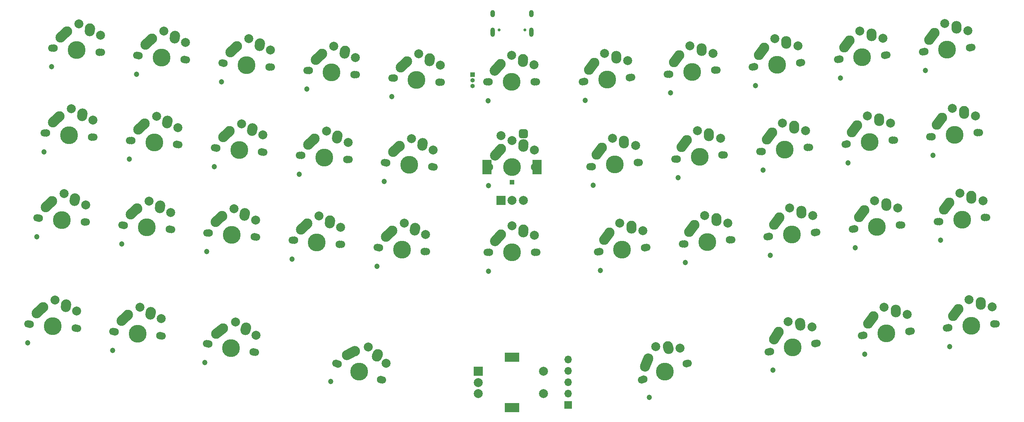
<source format=gbr>
%TF.GenerationSoftware,KiCad,Pcbnew,(6.0.6)*%
%TF.CreationDate,2022-07-22T10:15:02+02:00*%
%TF.ProjectId,knobdeavour,6b6e6f62-6465-4617-966f-75722e6b6963,1*%
%TF.SameCoordinates,Original*%
%TF.FileFunction,Soldermask,Top*%
%TF.FilePolarity,Negative*%
%FSLAX46Y46*%
G04 Gerber Fmt 4.6, Leading zero omitted, Abs format (unit mm)*
G04 Created by KiCad (PCBNEW (6.0.6)) date 2022-07-22 10:15:02*
%MOMM*%
%LPD*%
G01*
G04 APERTURE LIST*
G04 Aperture macros list*
%AMRoundRect*
0 Rectangle with rounded corners*
0 $1 Rounding radius*
0 $2 $3 $4 $5 $6 $7 $8 $9 X,Y pos of 4 corners*
0 Add a 4 corners polygon primitive as box body*
4,1,4,$2,$3,$4,$5,$6,$7,$8,$9,$2,$3,0*
0 Add four circle primitives for the rounded corners*
1,1,$1+$1,$2,$3*
1,1,$1+$1,$4,$5*
1,1,$1+$1,$6,$7*
1,1,$1+$1,$8,$9*
0 Add four rect primitives between the rounded corners*
20,1,$1+$1,$2,$3,$4,$5,0*
20,1,$1+$1,$4,$5,$6,$7,0*
20,1,$1+$1,$6,$7,$8,$9,0*
20,1,$1+$1,$8,$9,$2,$3,0*%
%AMHorizOval*
0 Thick line with rounded ends*
0 $1 width*
0 $2 $3 position (X,Y) of the first rounded end (center of the circle)*
0 $4 $5 position (X,Y) of the second rounded end (center of the circle)*
0 Add line between two ends*
20,1,$1,$2,$3,$4,$5,0*
0 Add two circle primitives to create the rounded ends*
1,1,$1,$2,$3*
1,1,$1,$4,$5*%
G04 Aperture macros list end*
%ADD10C,1.700000*%
%ADD11C,3.987800*%
%ADD12C,1.750000*%
%ADD13C,1.200000*%
%ADD14C,2.000000*%
%ADD15C,2.250000*%
%ADD16HorizOval,2.250000X0.044973X0.287189X-0.044973X-0.287189X0*%
%ADD17HorizOval,2.250000X0.716127X0.670140X-0.716127X-0.670140X0*%
%ADD18HorizOval,2.250000X0.117770X0.265764X-0.117770X-0.265764X0*%
%ADD19HorizOval,2.250000X0.865171X0.461958X-0.865171X-0.461958X0*%
%ADD20HorizOval,2.250000X-0.005580X0.290635X0.005580X-0.290635X0*%
%ADD21HorizOval,2.250000X0.588879X0.784313X-0.588879X-0.784313X0*%
%ADD22R,2.000000X3.200000*%
%ADD23R,2.000000X2.000000*%
%ADD24RoundRect,0.500000X0.500000X0.500000X-0.500000X0.500000X-0.500000X-0.500000X0.500000X-0.500000X0*%
%ADD25HorizOval,2.250000X0.069832X0.282177X-0.069832X-0.282177X0*%
%ADD26HorizOval,2.250000X0.771809X0.605175X-0.771809X-0.605175X0*%
%ADD27HorizOval,2.250000X0.019771X0.290016X-0.019771X-0.290016X0*%
%ADD28HorizOval,2.250000X0.654995X0.730004X-0.654995X-0.730004X0*%
%ADD29R,3.200000X2.000000*%
%ADD30HorizOval,2.250000X-0.080612X0.279288X0.080612X-0.279288X0*%
%ADD31HorizOval,2.250000X0.365818X0.910001X-0.365818X-0.910001X0*%
%ADD32HorizOval,2.250000X-0.030890X0.289043X0.030890X-0.289043X0*%
%ADD33HorizOval,2.250000X0.518281X0.832653X-0.518281X-0.832653X0*%
%ADD34C,0.650000*%
%ADD35O,1.000000X1.600000*%
%ADD36O,1.000000X2.100000*%
%ADD37R,1.000000X1.000000*%
%ADD38O,1.000000X1.000000*%
%ADD39R,1.700000X1.700000*%
%ADD40O,1.700000X1.700000*%
G04 APERTURE END LIST*
D10*
%TO.C,K6*%
X68355929Y-60270643D03*
D11*
X73835000Y-60750000D03*
D12*
X68774331Y-60307249D03*
D13*
X68268810Y-64479065D03*
D10*
X79314071Y-61229357D03*
D12*
X78895669Y-61192751D03*
D14*
X79147165Y-57400239D03*
D15*
X76808086Y-55910707D03*
D16*
X76762661Y-56197824D03*
D15*
X71693136Y-56547332D03*
D14*
X74349219Y-54872451D03*
D17*
X70977001Y-57217462D03*
%TD*%
D10*
%TO.C,K16*%
X114446691Y-110088889D03*
D11*
X119615000Y-111970000D03*
D10*
X124783309Y-113851111D03*
D12*
X114841361Y-110232538D03*
D13*
X113273320Y-114131364D03*
D12*
X124388639Y-113707462D03*
D15*
X123739282Y-108065093D03*
D14*
X125613140Y-110109269D03*
D18*
X123621092Y-108330670D03*
D19*
X117768673Y-107818126D03*
D14*
X121632919Y-106425814D03*
D15*
X118633849Y-107356179D03*
%TD*%
D11*
%TO.C,K35*%
X216205000Y-81300000D03*
D10*
X221684071Y-80820643D03*
D12*
X211144331Y-81742751D03*
D13*
X211370918Y-85938971D03*
D10*
X210725929Y-81779357D03*
D12*
X221265669Y-80857249D03*
D14*
X220854782Y-77078681D03*
D15*
X218292583Y-76017955D03*
D20*
X218297706Y-76308600D03*
D21*
X212777002Y-78317416D03*
D14*
X215690781Y-75422451D03*
D15*
X213365890Y-77533111D03*
%TD*%
D22*
%TO.C,SW2*%
X148125000Y-66210000D03*
X159325000Y-66210000D03*
D23*
X151225000Y-73710000D03*
D14*
X156225000Y-73710000D03*
X153725000Y-73710000D03*
D24*
X156225000Y-58760000D03*
D14*
X151225000Y-59210000D03*
%TD*%
D12*
%TO.C,K12*%
X95997823Y-107552133D03*
D11*
X90995000Y-106670000D03*
D10*
X96411443Y-107625065D03*
X85578557Y-105714935D03*
D12*
X85992177Y-105787867D03*
D13*
X85124981Y-109899749D03*
D25*
X94308268Y-102390309D03*
D14*
X96578902Y-103795971D03*
D15*
X94378544Y-102108243D03*
D26*
X88455758Y-102901814D03*
D14*
X92019524Y-100859634D03*
D15*
X89227573Y-102296649D03*
%TD*%
D10*
%TO.C,K20*%
X256344071Y-39520643D03*
D12*
X255925669Y-39557249D03*
D11*
X250865000Y-40000000D03*
D13*
X246030918Y-44638971D03*
D12*
X245804331Y-40442751D03*
D10*
X245385929Y-40479357D03*
D20*
X252957706Y-35008600D03*
D14*
X255514782Y-35778681D03*
D15*
X252952583Y-34717955D03*
D21*
X247437002Y-37017416D03*
D14*
X250350781Y-34122451D03*
D15*
X248025890Y-36233111D03*
%TD*%
D13*
%TO.C,K22*%
X148505000Y-70410000D03*
D11*
X153725000Y-66210000D03*
D10*
X148225000Y-66210000D03*
D12*
X158805000Y-66210000D03*
X148645000Y-66210000D03*
D10*
X159225000Y-66210000D03*
D27*
X156244771Y-61419984D03*
D15*
X156265000Y-61130000D03*
D14*
X158725000Y-62410000D03*
X153725000Y-60310000D03*
D15*
X151225000Y-62210000D03*
D28*
X150569995Y-62939996D03*
%TD*%
D13*
%TO.C,K7*%
X66608810Y-83439065D03*
D12*
X67114331Y-79267249D03*
D10*
X66695929Y-79230643D03*
X77654071Y-80189357D03*
D11*
X72175000Y-79710000D03*
D12*
X77235669Y-80152751D03*
D16*
X75102661Y-75157824D03*
D14*
X77487165Y-76360239D03*
D15*
X75148086Y-74870707D03*
X70033136Y-75507332D03*
D17*
X69317001Y-76177462D03*
D14*
X72689219Y-73832451D03*
%TD*%
D10*
%TO.C,K31*%
X191795929Y-83449357D03*
D12*
X192214331Y-83412751D03*
D11*
X197275000Y-82970000D03*
D12*
X202335669Y-82527249D03*
D13*
X192440918Y-87608971D03*
D10*
X202754071Y-82490643D03*
D15*
X199362583Y-77687955D03*
D20*
X199367706Y-77978600D03*
D14*
X201924782Y-78748681D03*
X196760781Y-77092451D03*
D21*
X193847002Y-79987416D03*
D15*
X194435890Y-79203111D03*
%TD*%
D11*
%TO.C,K5*%
X75485000Y-41760000D03*
D10*
X70005929Y-41280643D03*
X80964071Y-42239357D03*
D12*
X80545669Y-42202751D03*
D13*
X69918810Y-45489065D03*
D12*
X70424331Y-41317249D03*
D14*
X80797165Y-38410239D03*
D15*
X78458086Y-36920707D03*
D16*
X78412661Y-37207824D03*
D15*
X73343136Y-37557332D03*
D14*
X75999219Y-35882451D03*
D17*
X72627001Y-38227462D03*
%TD*%
D29*
%TO.C,SW1*%
X153715000Y-119970000D03*
X153715000Y-108770000D03*
D23*
X146215000Y-111870000D03*
D14*
X146215000Y-116870000D03*
X146215000Y-114370000D03*
X160715000Y-116870000D03*
X160715000Y-111870000D03*
%TD*%
D10*
%TO.C,K15*%
X115614071Y-83529357D03*
D13*
X104568810Y-86779065D03*
D12*
X115195669Y-83492751D03*
D10*
X104655929Y-82570643D03*
D12*
X105074331Y-82607249D03*
D11*
X110135000Y-83050000D03*
D16*
X113062661Y-78497824D03*
D15*
X113108086Y-78210707D03*
D14*
X115447165Y-79700239D03*
X110649219Y-77172451D03*
D15*
X107993136Y-78847332D03*
D17*
X107277001Y-79517462D03*
%TD*%
D12*
%TO.C,K27*%
X183365669Y-84237249D03*
D13*
X173470918Y-89318971D03*
D10*
X172825929Y-85159357D03*
X183784071Y-84200643D03*
D11*
X178305000Y-84680000D03*
D12*
X173244331Y-85122751D03*
D15*
X180392583Y-79397955D03*
D14*
X182954782Y-80458681D03*
D20*
X180397706Y-79688600D03*
D14*
X177790781Y-78802451D03*
D15*
X175465890Y-80913111D03*
D21*
X174877002Y-81697416D03*
%TD*%
D11*
%TO.C,K39*%
X235195000Y-79630000D03*
D12*
X240255669Y-79187249D03*
D10*
X240674071Y-79150643D03*
D12*
X230134331Y-80072751D03*
D13*
X230360918Y-84268971D03*
D10*
X229715929Y-80109357D03*
D20*
X237287706Y-74638600D03*
D14*
X239844782Y-75408681D03*
D15*
X237282583Y-74347955D03*
D21*
X231767002Y-76647416D03*
D15*
X232355890Y-75863111D03*
D14*
X234680781Y-73752451D03*
%TD*%
D12*
%TO.C,K25*%
X179985669Y-46247249D03*
D10*
X180404071Y-46210643D03*
D12*
X169864331Y-47132751D03*
D11*
X174925000Y-46690000D03*
D10*
X169445929Y-47169357D03*
D13*
X170090918Y-51328971D03*
D15*
X177012583Y-41407955D03*
D20*
X177017706Y-41698600D03*
D14*
X179574782Y-42468681D03*
D21*
X171497002Y-43707416D03*
D14*
X174410781Y-40812451D03*
D15*
X172085890Y-42923111D03*
%TD*%
D12*
%TO.C,K18*%
X135825669Y-66182751D03*
D10*
X125285929Y-65260643D03*
D11*
X130765000Y-65740000D03*
D13*
X125198810Y-69469065D03*
D12*
X125704331Y-65297249D03*
D10*
X136244071Y-66219357D03*
D14*
X136077165Y-62390239D03*
D16*
X133692661Y-61187824D03*
D15*
X133738086Y-60900707D03*
D14*
X131279219Y-59862451D03*
D15*
X128623136Y-61537332D03*
D17*
X127907001Y-62207462D03*
%TD*%
D10*
%TO.C,K33*%
X207395929Y-43849357D03*
D12*
X217935669Y-42927249D03*
D10*
X218354071Y-42890643D03*
D12*
X207814331Y-43812751D03*
D11*
X212875000Y-43370000D03*
D13*
X208040918Y-48008971D03*
D14*
X217524782Y-39148681D03*
D15*
X214962583Y-38087955D03*
D20*
X214967706Y-38378600D03*
D14*
X212360781Y-37492451D03*
D21*
X209447002Y-40387416D03*
D15*
X210035890Y-39603111D03*
%TD*%
D11*
%TO.C,K41*%
X254185000Y-77970000D03*
D12*
X249124331Y-78412751D03*
X259245669Y-77527249D03*
D10*
X248705929Y-78449357D03*
X259664071Y-77490643D03*
D13*
X249350918Y-82608971D03*
D20*
X256277706Y-72978600D03*
D14*
X258834782Y-73748681D03*
D15*
X256272583Y-72687955D03*
D21*
X250757002Y-74987416D03*
D14*
X253670781Y-72092451D03*
D15*
X251345890Y-74203111D03*
%TD*%
D10*
%TO.C,K2*%
X60314071Y-59579357D03*
X49355929Y-58620643D03*
D11*
X54835000Y-59100000D03*
D12*
X49774331Y-58657249D03*
D13*
X49268810Y-62829065D03*
D12*
X59895669Y-59542751D03*
D16*
X57762661Y-54547824D03*
D15*
X57808086Y-54260707D03*
D14*
X60147165Y-55750239D03*
D17*
X51977001Y-55567462D03*
D15*
X52693136Y-54897332D03*
D14*
X55349219Y-53222451D03*
%TD*%
D10*
%TO.C,K10*%
X98274071Y-62909357D03*
D13*
X87228810Y-66159065D03*
D12*
X87734331Y-61987249D03*
D10*
X87315929Y-61950643D03*
D12*
X97855669Y-62872751D03*
D11*
X92795000Y-62430000D03*
D15*
X95768086Y-57590707D03*
D14*
X98107165Y-59080239D03*
D16*
X95722661Y-57877824D03*
D15*
X90653136Y-58227332D03*
D14*
X93309219Y-56552451D03*
D17*
X89937001Y-58897462D03*
%TD*%
D10*
%TO.C,K36*%
X231795929Y-103879357D03*
X242754071Y-102920643D03*
D13*
X232440918Y-108038971D03*
D12*
X242335669Y-102957249D03*
D11*
X237275000Y-103400000D03*
D12*
X232214331Y-103842751D03*
D20*
X239367706Y-98408600D03*
D14*
X241924782Y-99178681D03*
D15*
X239362583Y-98117955D03*
D14*
X236760781Y-97522451D03*
D15*
X234435890Y-99633111D03*
D21*
X233847002Y-100417416D03*
%TD*%
D12*
%TO.C,K21*%
X158715000Y-47200000D03*
X148555000Y-47200000D03*
D10*
X159135000Y-47200000D03*
D11*
X153635000Y-47200000D03*
D13*
X148415000Y-51400000D03*
D10*
X148135000Y-47200000D03*
D15*
X156175000Y-42120000D03*
D27*
X156154771Y-42409984D03*
D14*
X158635000Y-43400000D03*
D15*
X151135000Y-43200000D03*
D28*
X150479995Y-43929996D03*
D14*
X153635000Y-41300000D03*
%TD*%
D12*
%TO.C,K26*%
X181695669Y-65227249D03*
D10*
X182114071Y-65190643D03*
D12*
X171574331Y-66112751D03*
D13*
X171800918Y-70308971D03*
D10*
X171155929Y-66149357D03*
D11*
X176635000Y-65670000D03*
D14*
X181284782Y-61448681D03*
D15*
X178722583Y-60387955D03*
D20*
X178727706Y-60678600D03*
D14*
X176120781Y-59792451D03*
D21*
X173207002Y-62687416D03*
D15*
X173795890Y-61903111D03*
%TD*%
D12*
%TO.C,K8*%
X65044331Y-103037249D03*
D10*
X64625929Y-103000643D03*
D13*
X64538810Y-107209065D03*
D10*
X75584071Y-103959357D03*
D12*
X75165669Y-103922751D03*
D11*
X70105000Y-103480000D03*
D14*
X75417165Y-100130239D03*
D15*
X73078086Y-98640707D03*
D16*
X73032661Y-98927824D03*
D15*
X67963136Y-99277332D03*
D14*
X70619219Y-97602451D03*
D17*
X67247001Y-99947462D03*
%TD*%
D12*
%TO.C,K1*%
X61575669Y-40552751D03*
D10*
X61994071Y-40589357D03*
D13*
X50948810Y-43839065D03*
D12*
X51454331Y-39667249D03*
D11*
X56515000Y-40110000D03*
D10*
X51035929Y-39630643D03*
D15*
X59488086Y-35270707D03*
D16*
X59442661Y-35557824D03*
D14*
X61827165Y-36760239D03*
D17*
X53657001Y-36577462D03*
D15*
X54373136Y-35907332D03*
D14*
X57029219Y-34232451D03*
%TD*%
D12*
%TO.C,K30*%
X200655669Y-63547249D03*
D10*
X201074071Y-63510643D03*
D11*
X195595000Y-63990000D03*
D13*
X190760918Y-68628971D03*
D10*
X190115929Y-64469357D03*
D12*
X190534331Y-64432751D03*
D15*
X197682583Y-58707955D03*
D20*
X197687706Y-58998600D03*
D14*
X200244782Y-59768681D03*
X195080781Y-58112451D03*
D15*
X192755890Y-60223111D03*
D21*
X192167002Y-61007416D03*
%TD*%
D11*
%TO.C,K34*%
X214605000Y-62300000D03*
D13*
X209770918Y-66938971D03*
D10*
X209125929Y-62779357D03*
D12*
X209544331Y-62742751D03*
D10*
X220084071Y-61820643D03*
D12*
X219665669Y-61857249D03*
D14*
X219254782Y-58078681D03*
D15*
X216692583Y-57017955D03*
D20*
X216697706Y-57308600D03*
D14*
X214090781Y-56422451D03*
D15*
X211765890Y-58533111D03*
D21*
X211177002Y-59317416D03*
%TD*%
D11*
%TO.C,K28*%
X187855000Y-111950000D03*
D10*
X193023309Y-110068889D03*
D13*
X184386289Y-117682054D03*
D10*
X182686691Y-113831111D03*
D12*
X183081361Y-113687462D03*
X192628639Y-110212538D03*
D15*
X188504357Y-106307630D03*
D14*
X191253787Y-106669067D03*
D30*
X188584529Y-106587045D03*
D14*
X185837081Y-106405814D03*
D31*
X183771858Y-109956276D03*
D15*
X184137688Y-109046280D03*
%TD*%
D12*
%TO.C,K11*%
X96195669Y-81852751D03*
D10*
X85655929Y-80930643D03*
D13*
X85568810Y-85139065D03*
D12*
X86074331Y-80967249D03*
D11*
X91135000Y-81410000D03*
D10*
X96614071Y-81889357D03*
D14*
X96447165Y-78060239D03*
D15*
X94108086Y-76570707D03*
D16*
X94062661Y-76857824D03*
D17*
X88277001Y-77877462D03*
D14*
X91649219Y-75532451D03*
D15*
X88993136Y-77207332D03*
%TD*%
D12*
%TO.C,K38*%
X228514331Y-61112751D03*
D11*
X233575000Y-60670000D03*
D10*
X228095929Y-61149357D03*
D12*
X238635669Y-60227249D03*
D10*
X239054071Y-60190643D03*
D13*
X228740918Y-65308971D03*
D15*
X235662583Y-55387955D03*
D14*
X238224782Y-56448681D03*
D20*
X235667706Y-55678600D03*
D14*
X233060781Y-54792451D03*
D15*
X230735890Y-56903111D03*
D21*
X230147002Y-57687416D03*
%TD*%
D11*
%TO.C,K9*%
X94465000Y-43440000D03*
D10*
X88985929Y-42960643D03*
D13*
X88898810Y-47169065D03*
D10*
X99944071Y-43919357D03*
D12*
X99525669Y-43882751D03*
X89404331Y-42997249D03*
D14*
X99777165Y-40090239D03*
D15*
X97438086Y-38600707D03*
D16*
X97392661Y-38887824D03*
D17*
X91607001Y-39907462D03*
D14*
X94979219Y-37562451D03*
D15*
X92323136Y-39237332D03*
%TD*%
D10*
%TO.C,K4*%
X56664071Y-102279357D03*
D12*
X46124331Y-101357249D03*
D10*
X45705929Y-101320643D03*
D13*
X45618810Y-105529065D03*
D12*
X56245669Y-102242751D03*
D11*
X51185000Y-101800000D03*
D16*
X54112661Y-97247824D03*
D15*
X54158086Y-96960707D03*
D14*
X56497165Y-98450239D03*
D17*
X48327001Y-98267462D03*
D14*
X51699219Y-95922451D03*
D15*
X49043136Y-97597332D03*
%TD*%
D12*
%TO.C,K37*%
X236955669Y-41247249D03*
D10*
X226415929Y-42169357D03*
X237374071Y-41210643D03*
D13*
X227060918Y-46328971D03*
D12*
X226834331Y-42132751D03*
D11*
X231895000Y-41690000D03*
D20*
X233987706Y-36698600D03*
D15*
X233982583Y-36407955D03*
D14*
X236544782Y-37468681D03*
D15*
X229055890Y-37923111D03*
D14*
X231380781Y-35812451D03*
D21*
X228467002Y-38707416D03*
%TD*%
D11*
%TO.C,K40*%
X256235000Y-101730000D03*
D12*
X251174331Y-102172751D03*
X261295669Y-101287249D03*
D13*
X251400918Y-106368971D03*
D10*
X261714071Y-101250643D03*
X250755929Y-102209357D03*
D20*
X258327706Y-96738600D03*
D15*
X258322583Y-96447955D03*
D14*
X260884782Y-97508681D03*
X255720781Y-95852451D03*
D21*
X252807002Y-98747416D03*
D15*
X253395890Y-97963111D03*
%TD*%
D12*
%TO.C,K24*%
X247474331Y-59452751D03*
X257595669Y-58567249D03*
D10*
X247055929Y-59489357D03*
D13*
X247700918Y-63648971D03*
D10*
X258014071Y-58530643D03*
D11*
X252535000Y-59010000D03*
D15*
X254622583Y-53727955D03*
D14*
X257184782Y-54788681D03*
D20*
X254627706Y-54018600D03*
D21*
X249107002Y-56027416D03*
D14*
X252020781Y-53132451D03*
D15*
X249695890Y-55243111D03*
%TD*%
D13*
%TO.C,K32*%
X211983626Y-111602636D03*
D12*
X221397823Y-105677867D03*
D11*
X216395000Y-106560000D03*
D10*
X210978557Y-107515065D03*
D12*
X211392177Y-107442133D03*
D10*
X221811443Y-105604935D03*
D15*
X218014279Y-101116110D03*
D14*
X220659176Y-101949490D03*
D32*
X218044713Y-101405202D03*
D33*
X212720097Y-103887535D03*
D15*
X213238388Y-103054889D03*
D14*
X215370476Y-100749634D03*
%TD*%
D11*
%TO.C,K29*%
X193925000Y-45020000D03*
D12*
X188864331Y-45462751D03*
D10*
X199404071Y-44540643D03*
D13*
X189090918Y-49658971D03*
D12*
X198985669Y-44577249D03*
D10*
X188445929Y-45499357D03*
D14*
X198574782Y-40798681D03*
D15*
X196012583Y-39737955D03*
D20*
X196017706Y-40028600D03*
D14*
X193410781Y-39142451D03*
D21*
X190497002Y-42037416D03*
D15*
X191085890Y-41253111D03*
%TD*%
D13*
%TO.C,K3*%
X47628810Y-81799065D03*
D10*
X47715929Y-77590643D03*
D12*
X58255669Y-78512751D03*
D11*
X53195000Y-78070000D03*
D10*
X58674071Y-78549357D03*
D12*
X48134331Y-77627249D03*
D16*
X56122661Y-73517824D03*
D14*
X58507165Y-74720239D03*
D15*
X56168086Y-73230707D03*
D14*
X53709219Y-72192451D03*
D17*
X50337001Y-74537462D03*
D15*
X51053136Y-73867332D03*
%TD*%
D10*
%TO.C,K23*%
X148215000Y-85300000D03*
D13*
X148495000Y-89500000D03*
D12*
X148635000Y-85300000D03*
D11*
X153715000Y-85300000D03*
D10*
X159215000Y-85300000D03*
D12*
X158795000Y-85300000D03*
D15*
X156255000Y-80220000D03*
D27*
X156234771Y-80509984D03*
D14*
X158715000Y-81500000D03*
D28*
X150559995Y-82029996D03*
D14*
X153715000Y-79400000D03*
D15*
X151215000Y-81300000D03*
%TD*%
D13*
%TO.C,K14*%
X106218810Y-67819065D03*
D10*
X106305929Y-63610643D03*
D11*
X111785000Y-64090000D03*
D12*
X106724331Y-63647249D03*
D10*
X117264071Y-64569357D03*
D12*
X116845669Y-64532751D03*
D14*
X117097165Y-60740239D03*
D16*
X114712661Y-59537824D03*
D15*
X114758086Y-59250707D03*
D17*
X108927001Y-60557462D03*
D15*
X109643136Y-59887332D03*
D14*
X112299219Y-58212451D03*
%TD*%
D13*
%TO.C,K19*%
X123566645Y-88408826D03*
D10*
X123653764Y-84200404D03*
D11*
X129132835Y-84679761D03*
D10*
X134611906Y-85159118D03*
D12*
X134193504Y-85122512D03*
X124072166Y-84237010D03*
D15*
X132105921Y-79840468D03*
D14*
X134445000Y-81330000D03*
D16*
X132060496Y-80127585D03*
D15*
X126990971Y-80477093D03*
D17*
X126274836Y-81147223D03*
D14*
X129647054Y-78802212D03*
%TD*%
D11*
%TO.C,K17*%
X132405000Y-46790000D03*
D12*
X137465669Y-47232751D03*
D10*
X126925929Y-46310643D03*
D12*
X127344331Y-46347249D03*
D10*
X137884071Y-47269357D03*
D13*
X126838810Y-50519065D03*
D14*
X137717165Y-43440239D03*
D15*
X135378086Y-41950707D03*
D16*
X135332661Y-42237824D03*
D17*
X129547001Y-43257462D03*
D14*
X132919219Y-40912451D03*
D15*
X130263136Y-42587332D03*
%TD*%
D12*
%TO.C,K13*%
X108384331Y-44657249D03*
D13*
X107878810Y-48829065D03*
D10*
X118924071Y-45579357D03*
D11*
X113445000Y-45100000D03*
D12*
X118505669Y-45542751D03*
D10*
X107965929Y-44620643D03*
D16*
X116372661Y-40547824D03*
D15*
X116418086Y-40260707D03*
D14*
X118757165Y-41750239D03*
D15*
X111303136Y-40897332D03*
D17*
X110587001Y-41567462D03*
D14*
X113959219Y-39222451D03*
%TD*%
D34*
%TO.C,J0*%
X156600000Y-35570000D03*
X150820000Y-35570000D03*
D35*
X149390000Y-31920000D03*
D36*
X149390000Y-36100000D03*
D35*
X158030000Y-31920000D03*
D36*
X158030000Y-36100000D03*
%TD*%
D37*
%TO.C,J2*%
X144945000Y-45545000D03*
D38*
X144945000Y-46815000D03*
X144945000Y-48085000D03*
%TD*%
D39*
%TO.C,J1*%
X166225000Y-119400000D03*
D40*
X166225000Y-116860000D03*
X166225000Y-114320000D03*
X166225000Y-111780000D03*
X166225000Y-109240000D03*
%TD*%
D37*
%TO.C,J4*%
X153685000Y-69620000D03*
%TD*%
M02*

</source>
